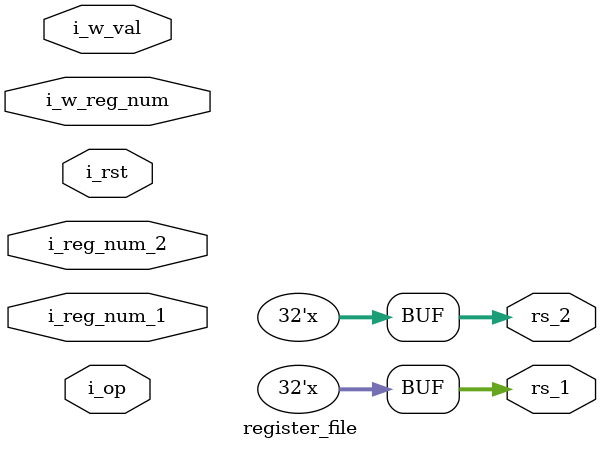
<source format=v>
module register_file(input i_rst,
					 input[4:0] i_reg_num_1,
                     input[4:0] i_reg_num_2,
                     input[4:0] i_w_reg_num,
                     input[31:0] i_w_val,
		             input i_op,
                     output reg[31:0] rs_1,
                     output reg[31:0] rs_2);
       
	integer i;              
	reg[31:0] registers[4:0];

	always@(i_rst) begin
		if (i_rst == 1) begin
			for (i = 0; i < 32; i++) begin
				registers[i] <= 0;
			end
		end
	end
	
	 
    always @(i_op)
    begin
		if (i_op == 0) begin
			$display("000 %d", i_op);
    		rs_1 <= registers[i_reg_num_1]; 
			rs_2 <= registers[i_reg_num_2];
		end
        if (i_op == 1) begin
			$display("111 %d", i_op);
    		registers[i_w_reg_num] <= i_w_val;
		end
    end
endmodule
             
             
             
             

</source>
